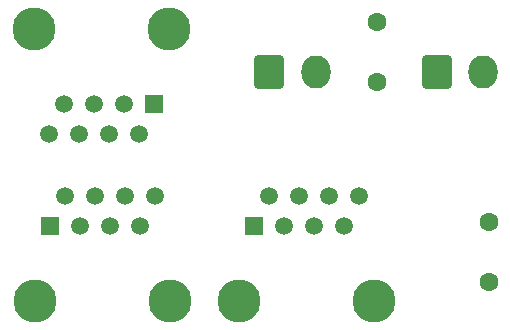
<source format=gbr>
%TF.GenerationSoftware,KiCad,Pcbnew,7.99.0-1900-g89780d353a*%
%TF.CreationDate,2023-07-25T10:26:20+03:00*%
%TF.ProjectId,KSS,4b53532e-6b69-4636-9164-5f7063625858,rev?*%
%TF.SameCoordinates,Original*%
%TF.FileFunction,Soldermask,Bot*%
%TF.FilePolarity,Negative*%
%FSLAX46Y46*%
G04 Gerber Fmt 4.6, Leading zero omitted, Abs format (unit mm)*
G04 Created by KiCad (PCBNEW 7.99.0-1900-g89780d353a) date 2023-07-25 10:26:20*
%MOMM*%
%LPD*%
G01*
G04 APERTURE LIST*
G04 Aperture macros list*
%AMRoundRect*
0 Rectangle with rounded corners*
0 $1 Rounding radius*
0 $2 $3 $4 $5 $6 $7 $8 $9 X,Y pos of 4 corners*
0 Add a 4 corners polygon primitive as box body*
4,1,4,$2,$3,$4,$5,$6,$7,$8,$9,$2,$3,0*
0 Add four circle primitives for the rounded corners*
1,1,$1+$1,$2,$3*
1,1,$1+$1,$4,$5*
1,1,$1+$1,$6,$7*
1,1,$1+$1,$8,$9*
0 Add four rect primitives between the rounded corners*
20,1,$1+$1,$2,$3,$4,$5,0*
20,1,$1+$1,$4,$5,$6,$7,0*
20,1,$1+$1,$6,$7,$8,$9,0*
20,1,$1+$1,$8,$9,$2,$3,0*%
G04 Aperture macros list end*
%ADD10C,1.600000*%
%ADD11C,3.650000*%
%ADD12R,1.500000X1.500000*%
%ADD13C,1.500000*%
%ADD14RoundRect,0.250000X-0.980000X-1.150000X0.980000X-1.150000X0.980000X1.150000X-0.980000X1.150000X0*%
%ADD15O,2.460000X2.800000*%
G04 APERTURE END LIST*
D10*
%TO.C,R2*%
X138960000Y-78525000D03*
X138960000Y-83605000D03*
%TD*%
D11*
%TO.C,J3*%
X127244500Y-102100000D03*
X138674500Y-102100000D03*
D12*
X128514500Y-95750000D03*
D13*
X129784500Y-93210000D03*
X131054500Y-95750000D03*
X132324500Y-93210000D03*
X133594500Y-95750000D03*
X134864500Y-93210000D03*
X136134500Y-95750000D03*
X137404500Y-93210000D03*
%TD*%
D10*
%TO.C,R1*%
X148410000Y-95455000D03*
X148410000Y-100535000D03*
%TD*%
D14*
%TO.C,XA1*%
X129820600Y-82779400D03*
D15*
X133780600Y-82779400D03*
%TD*%
D11*
%TO.C,J1*%
X109972500Y-102100000D03*
X121402500Y-102100000D03*
D12*
X111242500Y-95750000D03*
D13*
X112512500Y-93210000D03*
X113782500Y-95750000D03*
X115052500Y-93210000D03*
X116322500Y-95750000D03*
X117592500Y-93210000D03*
X118862500Y-95750000D03*
X120132500Y-93210000D03*
%TD*%
D11*
%TO.C,J2*%
X121294500Y-79088600D03*
X109864500Y-79088600D03*
D12*
X120024500Y-85438600D03*
D13*
X118754500Y-87978600D03*
X117484500Y-85438600D03*
X116214500Y-87978600D03*
X114944500Y-85438600D03*
X113674500Y-87978600D03*
X112404500Y-85438600D03*
X111134500Y-87978600D03*
%TD*%
D14*
%TO.C,XA2*%
X143967200Y-82754000D03*
D15*
X147927200Y-82754000D03*
%TD*%
M02*

</source>
